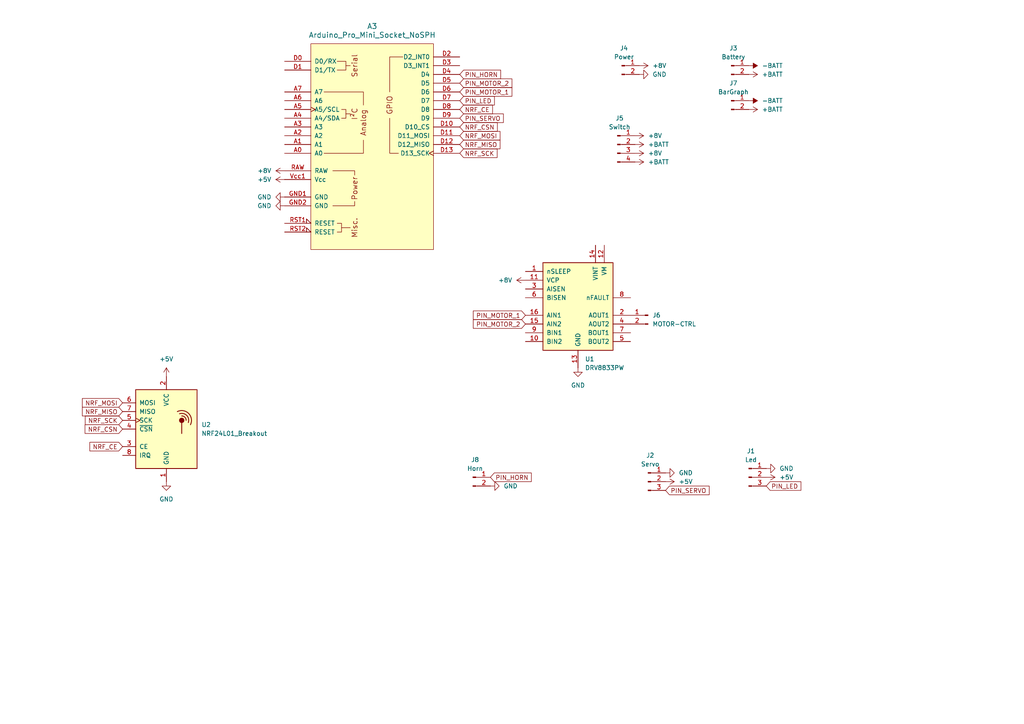
<source format=kicad_sch>
(kicad_sch (version 20230121) (generator eeschema)
  (paper "A4")
  (lib_symbols
    (symbol "Connector:Conn_01x02_Male" (pin_names (offset 1.016) hide)
      (property "Reference" "J" (at 0 2.54 0))
      (property "Value" "Conn_01x02_Male" (at 0 -5.08 0))
      (symbol "Conn_01x02_Male_1_1"
        (polyline (pts (xy 1.27 -2.54) (xy 0.8636 -2.54)) (stroke (width 0.1524)))
        (polyline (pts (xy 1.27 0) (xy 0.8636 0)) (stroke (width 0.1524)))
        (rectangle (start 0.8636 -2.413) (end 0 -2.667) (stroke (width 0.1524)) (fill (type outline)))
        (rectangle (start 0.8636 0.127) (end 0 -0.127) (stroke (width 0.1524)) (fill (type outline)))
        (pin passive line (at 5.08 0 180) (length 3.81) (name "Pin_1") (number "1"))
        (pin passive line (at 5.08 -2.54 180) (length 3.81) (name "Pin_2") (number "2"))
      )
    )
    (symbol "Connector:Conn_01x03_Male" (pin_names (offset 1.016) hide)
      (property "Reference" "J" (at 0 5.08 0))
      (property "Value" "Conn_01x03_Male" (at 0 -5.08 0))
      (symbol "Conn_01x03_Male_1_1"
        (polyline (pts (xy 1.27 -2.54) (xy 0.8636 -2.54)) (stroke (width 0.1524)))
        (polyline (pts (xy 1.27 0) (xy 0.8636 0)) (stroke (width 0.1524)))
        (polyline (pts (xy 1.27 2.54) (xy 0.8636 2.54)) (stroke (width 0.1524)))
        (rectangle (start 0.8636 -2.413) (end 0 -2.667) (stroke (width 0.1524)) (fill (type outline)))
        (rectangle (start 0.8636 0.127) (end 0 -0.127) (stroke (width 0.1524)) (fill (type outline)))
        (rectangle (start 0.8636 2.667) (end 0 2.413) (stroke (width 0.1524)) (fill (type outline)))
        (pin passive line (at 5.08 2.54 180) (length 3.81) (name "Pin_1") (number "1"))
        (pin passive line (at 5.08 0 180) (length 3.81) (name "Pin_2") (number "2"))
        (pin passive line (at 5.08 -2.54 180) (length 3.81) (name "Pin_3") (number "3"))
      )
    )
    (symbol "Connector:Conn_01x04_Male" (pin_names (offset 1.016) hide)
      (property "Reference" "J" (at 0 5.08 0))
      (property "Value" "Conn_01x04_Male" (at 0 -7.62 0))
      (symbol "Conn_01x04_Male_1_1"
        (polyline (pts (xy 1.27 -5.08) (xy 0.8636 -5.08)) (stroke (width 0.1524)))
        (polyline (pts (xy 1.27 -2.54) (xy 0.8636 -2.54)) (stroke (width 0.1524)))
        (polyline (pts (xy 1.27 0) (xy 0.8636 0)) (stroke (width 0.1524)))
        (polyline (pts (xy 1.27 2.54) (xy 0.8636 2.54)) (stroke (width 0.1524)))
        (rectangle (start 0.8636 -4.953) (end 0 -5.207) (stroke (width 0.1524)) (fill (type outline)))
        (rectangle (start 0.8636 -2.413) (end 0 -2.667) (stroke (width 0.1524)) (fill (type outline)))
        (rectangle (start 0.8636 0.127) (end 0 -0.127) (stroke (width 0.1524)) (fill (type outline)))
        (rectangle (start 0.8636 2.667) (end 0 2.413) (stroke (width 0.1524)) (fill (type outline)))
        (pin passive line (at 5.08 2.54 180) (length 3.81) (name "Pin_1") (number "1"))
        (pin passive line (at 5.08 0 180) (length 3.81) (name "Pin_2") (number "2"))
        (pin passive line (at 5.08 -2.54 180) (length 3.81) (name "Pin_3") (number "3"))
        (pin passive line (at 5.08 -5.08 180) (length 3.81) (name "Pin_4") (number "4"))
      )
    )
    (symbol "Driver_Motor:DRV8833PW" (pin_names (offset 1.016))
      (property "Reference" "U" (at -3.81 16.51 0))
      (property "Value" "DRV8833PW" (at -3.81 13.97 0))
      (symbol "DRV8833PW_0_1"
        (rectangle (start -10.16 12.7) (end 10.16 -12.7) (stroke (width 0.254)) (fill (type background)))
      )
      (symbol "DRV8833PW_1_1"
        (pin input line (at -15.24 10.16 0) (length 5.08) (name "nSLEEP") (number "1"))
        (pin input line (at -15.24 -10.16 0) (length 5.08) (name "BIN2") (number "10"))
        (pin bidirectional line (at -15.24 7.62 0) (length 5.08) (name "VCP") (number "11"))
        (pin power_in line (at 7.62 17.78 270) (length 5.08) (name "VM") (number "12"))
        (pin power_in line (at 0 -17.78 90) (length 5.08) (name "GND") (number "13"))
        (pin power_in line (at 5.08 17.78 270) (length 5.08) (name "VINT") (number "14"))
        (pin input line (at -15.24 -5.08 0) (length 5.08) (name "AIN2") (number "15"))
        (pin input line (at -15.24 -2.54 0) (length 5.08) (name "AIN1") (number "16"))
        (pin power_out line (at 15.24 -2.54 180) (length 5.08) (name "AOUT1") (number "2"))
        (pin bidirectional line (at -15.24 5.08 0) (length 5.08) (name "AISEN") (number "3"))
        (pin power_out line (at 15.24 -5.08 180) (length 5.08) (name "AOUT2") (number "4"))
        (pin power_out line (at 15.24 -10.16 180) (length 5.08) (name "BOUT2") (number "5"))
        (pin bidirectional line (at -15.24 2.54 0) (length 5.08) (name "BISEN") (number "6"))
        (pin power_out line (at 15.24 -7.62 180) (length 5.08) (name "BOUT1") (number "7"))
        (pin open_collector line (at 15.24 2.54 180) (length 5.08) (name "nFAULT") (number "8"))
        (pin input line (at -15.24 -7.62 0) (length 5.08) (name "BIN1") (number "9"))
      )
    )
    (symbol "PCM_arduino-library:Arduino_Pro_Mini_Socket_NoSPH" (pin_names (offset 1.016))
      (property "Reference" "A" (at 0 36.83 0))
      (property "Value" "Arduino_Pro_Mini_Socket_NoSPH" (at 0 33.02 0))
      (symbol "Arduino_Pro_Mini_Socket_NoSPH_0_0"
        (rectangle (start -17.78 30.48) (end 17.78 -29.21) (fill (type background)))
        (polyline (pts (xy -7.62 10.16) (xy -6.35 10.16)))
        (polyline (pts (xy -7.62 24.13) (xy -6.35 24.13)))
        (polyline (pts (xy -6.35 -22.86) (xy -8.89 -22.86)))
        (polyline (pts (xy -11.43 -16.51) (xy -5.08 -16.51) (xy -5.08 -15.24)))
        (polyline (pts (xy -5.08 -7.62) (xy -5.08 -6.35) (xy -11.43 -6.35)))
        (polyline (pts (xy -2.54 2.54) (xy -2.54 -1.27) (xy -13.97 -1.27)))
        (polyline (pts (xy -2.54 12.7) (xy -2.54 16.51) (xy -13.97 16.51)))
        (polyline (pts (xy -10.16 25.4) (xy -7.62 25.4) (xy -7.62 22.86) (xy -10.16 22.86)))
        (polyline (pts (xy -8.89 11.43) (xy -7.62 11.43) (xy -7.62 8.89) (xy -8.89 8.89)))
        (text "Analog" (at -2.54 7.62 900) (effects (font (size 1.524 1.524))))
        (text "I²C" (at -5.08 10.16 900) (effects (font (size 1.524 1.524))))
        (text "Misc." (at -5.08 -22.86 900) (effects (font (size 1.524 1.524))))
        (text "Power" (at -5.08 -11.43 900) (effects (font (size 1.524 1.524))))
        (text "Serial" (at -5.08 24.13 900) (effects (font (size 1.524 1.524))))
      )
      (symbol "Arduino_Pro_Mini_Socket_NoSPH_0_1"
        (polyline (pts (xy 7.62 -1.27) (xy 5.08 -1.27) (xy 5.08 8.89)))
        (polyline (pts (xy 8.89 26.67) (xy 5.08 26.67) (xy 5.08 16.51)))
        (polyline (pts (xy -10.16 -24.13) (xy -8.89 -24.13) (xy -8.89 -21.59) (xy -10.16 -21.59)))
      )
      (symbol "Arduino_Pro_Mini_Socket_NoSPH_1_0"
        (text "GPIO" (at 5.08 12.7 900) (effects (font (size 1.524 1.524))))
      )
      (symbol "Arduino_Pro_Mini_Socket_NoSPH_1_1"
        (pin bidirectional line (at -25.4 -1.27 0) (length 7.62) (name "A0") (number "A0"))
        (pin bidirectional line (at -25.4 1.27 0) (length 7.62) (name "A1") (number "A1"))
        (pin bidirectional line (at -25.4 3.81 0) (length 7.62) (name "A2") (number "A2"))
        (pin bidirectional line (at -25.4 6.35 0) (length 7.62) (name "A3") (number "A3"))
        (pin bidirectional line (at -25.4 8.89 0) (length 7.62) (name "A4/SDA") (number "A4"))
        (pin bidirectional clock (at -25.4 11.43 0) (length 7.62) (name "A5/SCL") (number "A5"))
        (pin input line (at -25.4 13.97 0) (length 7.62) (name "A6") (number "A6"))
        (pin input line (at -25.4 16.51 0) (length 7.62) (name "A7") (number "A7"))
        (pin bidirectional line (at -25.4 25.4 0) (length 7.62) (name "D0/RX") (number "D0"))
        (pin bidirectional line (at -25.4 22.86 0) (length 7.62) (name "D1/TX") (number "D1"))
        (pin bidirectional line (at 25.4 6.35 180) (length 7.62) (name "D10_CS") (number "D10"))
        (pin bidirectional line (at 25.4 3.81 180) (length 7.62) (name "D11_MOSI") (number "D11"))
        (pin bidirectional line (at 25.4 1.27 180) (length 7.62) (name "D12_MISO") (number "D12"))
        (pin bidirectional clock (at 25.4 -1.27 180) (length 7.62) (name "D13_SCK") (number "D13"))
        (pin bidirectional line (at 25.4 26.67 180) (length 7.62) (name "D2_INT0") (number "D2"))
        (pin bidirectional line (at 25.4 24.13 180) (length 7.62) (name "D3_INT1") (number "D3"))
        (pin bidirectional line (at 25.4 21.59 180) (length 7.62) (name "D4") (number "D4"))
        (pin bidirectional line (at 25.4 19.05 180) (length 7.62) (name "D5") (number "D5"))
        (pin bidirectional line (at 25.4 16.51 180) (length 7.62) (name "D6") (number "D6"))
        (pin bidirectional line (at 25.4 13.97 180) (length 7.62) (name "D7") (number "D7"))
        (pin bidirectional line (at 25.4 11.43 180) (length 7.62) (name "D8") (number "D8"))
        (pin bidirectional line (at 25.4 8.89 180) (length 7.62) (name "D9") (number "D9"))
        (pin power_in line (at -25.4 -13.97 0) (length 7.62) (name "GND") (number "GND1"))
        (pin power_in line (at -25.4 -16.51 0) (length 7.62) (name "GND") (number "GND2"))
        (pin power_in line (at -25.4 -6.35 0) (length 7.62) (name "RAW") (number "RAW"))
        (pin open_collector input_low (at -25.4 -21.59 0) (length 7.62) (name "RESET") (number "RST1"))
        (pin open_collector input_low (at -25.4 -24.13 0) (length 7.62) (name "RESET") (number "RST2"))
        (pin power_in line (at -25.4 -8.89 0) (length 7.62) (name "Vcc") (number "Vcc1"))
      )
    )
    (symbol "RF:NRF24L01_Breakout" (pin_names (offset 1.016))
      (property "Reference" "U" (at -8.89 12.7 0))
      (property "Value" "NRF24L01_Breakout" (at 3.81 12.7 0))
      (symbol "NRF24L01_Breakout_0_1"
        (rectangle (start -8.89 11.43) (end 8.89 -11.43) (stroke (width 0.254)) (fill (type background)))
        (polyline (pts (xy 4.445 1.905) (xy 4.445 -1.27)) (stroke (width 0.254)))
        (circle (center 4.445 2.54) (radius 0.635) (stroke (width 0.254)) (fill (type outline)))
        (arc (start 5.715 2.54) (mid 5.3559 3.4509) (end 4.445 3.81) (stroke (width 0.254)))
        (arc (start 6.35 1.905) (mid 5.8833 3.9783) (end 3.81 4.445) (stroke (width 0.254)))
        (arc (start 6.985 1.27) (mid 6.453 4.548) (end 3.175 5.08) (stroke (width 0.254)))
      )
      (symbol "NRF24L01_Breakout_1_1"
        (pin power_in line (at 0 -15.24 90) (length 3.81) (name "GND") (number "1"))
        (pin power_in line (at 0 15.24 270) (length 3.81) (name "VCC") (number "2"))
        (pin input line (at -12.7 -5.08 0) (length 3.81) (name "CE") (number "3"))
        (pin input line (at -12.7 0 0) (length 3.81) (name "~{CSN}") (number "4"))
        (pin input clock (at -12.7 2.54 0) (length 3.81) (name "SCK") (number "5"))
        (pin input line (at -12.7 7.62 0) (length 3.81) (name "MOSI") (number "6"))
        (pin output line (at -12.7 5.08 0) (length 3.81) (name "MISO") (number "7"))
        (pin output line (at -12.7 -7.62 0) (length 3.81) (name "IRQ") (number "8"))
      )
    )
    (symbol "power:+5V" (power) (pin_names (offset 0))
      (property "Value" "+5V" (at 0 3.556 0))
      (symbol "+5V_0_1"
        (polyline (pts (xy -0.762 1.27) (xy 0 2.54)))
        (polyline (pts (xy 0 0) (xy 0 2.54)))
        (polyline (pts (xy 0 2.54) (xy 0.762 1.27)))
      )
      (symbol "+5V_1_1"
        (pin power_in line (at 0 0 90) (length 0) hide (name "+5V") (number "1"))
      )
    )
    (symbol "power:+8V" (power) (pin_names (offset 0))
      (property "Value" "+8V" (at 0 3.556 0))
      (symbol "+8V_0_1"
        (polyline (pts (xy -0.762 1.27) (xy 0 2.54)))
        (polyline (pts (xy 0 0) (xy 0 2.54)))
        (polyline (pts (xy 0 2.54) (xy 0.762 1.27)))
      )
      (symbol "+8V_1_1"
        (pin power_in line (at 0 0 90) (length 0) hide (name "+8V") (number "1"))
      )
    )
    (symbol "power:+BATT" (power) (pin_names (offset 0))
      (property "Value" "+BATT" (at 0 3.556 0))
      (symbol "+BATT_0_1"
        (polyline (pts (xy -0.762 1.27) (xy 0 2.54)))
        (polyline (pts (xy 0 0) (xy 0 2.54)))
        (polyline (pts (xy 0 2.54) (xy 0.762 1.27)))
      )
      (symbol "+BATT_1_1"
        (pin power_in line (at 0 0 90) (length 0) hide (name "+BATT") (number "1"))
      )
    )
    (symbol "power:-BATT" (power) (pin_names (offset 0))
      (property "Value" "-BATT" (at 0 3.556 0))
      (symbol "-BATT_0_1"
        (polyline (pts (xy 0 0) (xy 0 2.54)))
        (polyline (pts (xy 0.762 1.27) (xy -0.762 1.27) (xy 0 2.54) (xy 0.762 1.27)) (fill (type outline)))
      )
      (symbol "-BATT_1_1"
        (pin power_in line (at 0 0 90) (length 0) hide (name "-BATT") (number "1"))
      )
    )
    (symbol "power:GND" (power) (pin_names (offset 0))
      (property "Value" "GND" (at 0 -3.81 0))
      (symbol "GND_0_1"
        (polyline (pts (xy 0 0) (xy 0 -1.27) (xy 1.27 -1.27) (xy 0 -2.54) (xy -1.27 -1.27) (xy 0 -1.27)))
      )
      (symbol "GND_1_1"
        (pin power_in line (at 0 0 270) (length 0) hide (name "GND") (number "1"))
      )
    )
  )
  (global_label "PIN_HORN" (shape input) (at 142.24 138.43 0) (property "Intersheetrefs" "${INTERSHEET_REFS}" (effects hide)))
  (global_label "PIN_SERVO" (shape input) (at 133.35 34.29 0) (property "Intersheetrefs" "${INTERSHEET_REFS}" (effects hide)))
  (global_label "NRF_MISO" (shape input) (at 35.56 119.38 180) (property "Intersheetrefs" "${INTERSHEET_REFS}" (effects hide)))
  (global_label "NRF_MISO" (shape input) (at 133.35 41.91 0) (property "Intersheetrefs" "${INTERSHEET_REFS}" (effects hide)))
  (global_label "NRF_MOSI" (shape input) (at 35.56 116.84 180) (property "Intersheetrefs" "${INTERSHEET_REFS}" (effects hide)))
  (global_label "PIN_HORN" (shape input) (at 133.35 21.59 0) (property "Intersheetrefs" "${INTERSHEET_REFS}" (effects hide)))
  (global_label "NRF_CSN" (shape input) (at 35.56 124.46 180) (property "Intersheetrefs" "${INTERSHEET_REFS}" (effects hide)))
  (global_label "PIN_MOTOR_1" (shape input) (at 152.4 91.44 180) (property "Intersheetrefs" "${INTERSHEET_REFS}" (effects hide)))
  (global_label "NRF_CE" (shape input) (at 133.35 31.75 0) (property "Intersheetrefs" "${INTERSHEET_REFS}" (effects hide)))
  (global_label "NRF_MOSI" (shape input) (at 133.35 39.37 0) (property "Intersheetrefs" "${INTERSHEET_REFS}" (effects hide)))
  (global_label "NRF_SCK" (shape input) (at 133.35 44.45 0) (property "Intersheetrefs" "${INTERSHEET_REFS}" (effects hide)))
  (global_label "NRF_SCK" (shape input) (at 35.56 121.92 180) (property "Intersheetrefs" "${INTERSHEET_REFS}" (effects hide)))
  (global_label "PIN_LED" (shape input) (at 222.25 140.97 0) (property "Intersheetrefs" "${INTERSHEET_REFS}" (effects hide)))
  (global_label "NRF_CE" (shape input) (at 35.56 129.54 180) (property "Intersheetrefs" "${INTERSHEET_REFS}" (effects hide)))
  (global_label "NRF_CSN" (shape input) (at 133.35 36.83 0) (property "Intersheetrefs" "${INTERSHEET_REFS}" (effects hide)))
  (global_label "PIN_SERVO" (shape input) (at 193.04 142.24 0) (property "Intersheetrefs" "${INTERSHEET_REFS}" (effects hide)))
  (global_label "PIN_MOTOR_2" (shape input) (at 152.4 93.98 180) (property "Intersheetrefs" "${INTERSHEET_REFS}" (effects hide)))
  (global_label "PIN_MOTOR_2" (shape input) (at 133.35 24.13 0) (property "Intersheetrefs" "${INTERSHEET_REFS}" (effects hide)))
  (global_label "PIN_LED" (shape input) (at 133.35 29.21 0) (property "Intersheetrefs" "${INTERSHEET_REFS}" (effects hide)))
  (global_label "PIN_MOTOR_1" (shape input) (at 133.35 26.67 0) (property "Intersheetrefs" "${INTERSHEET_REFS}" (effects hide)))
  (symbol (lib_id "power:+BATT") (at 217.17 21.59 270) (unit 1)
    (property "Reference" "#PWR018" (effects hide))
    (property "Value" "+BATT" (at 220.98 21.59 90) (effects (justify left)))
  )
  (symbol (lib_id "power:GND") (at 82.55 59.69 270) (unit 1)
    (property "Reference" "#PWR07" (effects hide))
    (property "Value" "GND" (at 78.74 59.69 90) (effects (justify right)))
  )
  (symbol (lib_id "power:+5V") (at 82.55 52.07 90) (unit 1)
    (property "Reference" "#PWR0105" (effects hide))
    (property "Value" "+5V" (at 78.74 52.0699 90) (effects (justify left)))
  )
  (symbol (lib_id "power:+8V") (at 185.42 19.05 270) (unit 1)
    (property "Reference" "#PWR01" (effects hide))
    (property "Value" "+8V" (at 189.23 19.05 90) (effects (justify left)))
  )
  (symbol (lib_id "power:+8V") (at 82.55 49.53 90) (unit 1)
    (property "Reference" "#PWR04" (effects hide))
    (property "Value" "+8V" (at 78.74 49.53 90) (effects (justify left)))
  )
  (symbol (lib_id "power:+5V") (at 48.26 109.22 0) (unit 1)
    (property "Reference" "#PWR0113" (effects hide))
    (property "Value" "+5V" (at 48.26 104.14 0))
  )
  (symbol (lib_id "PCM_arduino-library:Arduino_Pro_Mini_Socket_NoSPH") (at 107.95 43.18 0) (unit 1)
    (property "Reference" "A3" (at 107.95 7.62 0) (effects (font (size 1.524 1.524))))
    (property "Value" "Arduino_Pro_Mini_Socket_NoSPH" (at 107.95 10.16 0) (effects (font (size 1.524 1.524))))
    (property "Footprint" "PCM_arduino-library:Arduino_Pro_Mini_Socket_NoSPH" (effects hide))
    (property "Datasheet" "https://docs.arduino.cc/retired/boards/arduino-pro-mini" (effects hide))
  )
  (symbol (lib_id "power:GND") (at 222.25 135.89 90) (unit 1)
    (property "Reference" "#PWR011" (effects hide))
    (property "Value" "GND" (at 226.06 135.89 90) (effects (justify right)))
  )
  (symbol (lib_id "RF:NRF24L01_Breakout") (at 48.26 124.46 0) (unit 1)
    (property "Reference" "U2" (at 58.42 123.1899 0) (effects (justify left)))
    (property "Value" "NRF24L01_Breakout" (at 58.42 125.7299 0) (effects (justify left)))
    (property "Footprint" "Arduino pro mini:NRF24L01" (effects hide))
    (property "Datasheet" "http://www.nordicsemi.com/eng/content/download/2730/34105/file/nRF24L01_Product_Specification_v2_0.pdf" (effects hide))
  )
  (symbol (lib_id "Connector:Conn_01x02_Male") (at 187.96 91.44 0) (mirror y) (unit 1)
    (property "Reference" "J6" (at 189.23 91.4399 0) (effects (justify right)))
    (property "Value" "MOTOR-CTRL" (at 189.23 93.9799 0) (effects (justify right)))
    (property "Footprint" "Connector_PinHeader_2.54mm:PinHeader_1x02_P2.54mm_Vertical" (effects hide))
  )
  (symbol (lib_id "Driver_Motor:DRV8833PW") (at 167.64 88.9 0) (unit 1)
    (property "Reference" "U1" (at 169.6594 104.14 0) (effects (justify left)))
    (property "Value" "DRV8833PW" (at 169.6594 106.68 0) (effects (justify left)))
    (property "Footprint" "Package_SO:TSSOP-16_4.4x5mm_P0.65mm" (effects hide))
    (property "Datasheet" "http://www.ti.com/lit/ds/symlink/drv8833.pdf" (effects hide))
  )
  (symbol (lib_id "power:+BATT") (at 184.15 41.91 270) (unit 1)
    (property "Reference" "#PWR05" (effects hide))
    (property "Value" "+BATT" (at 187.96 41.91 90) (effects (justify left)))
  )
  (symbol (lib_id "Connector:Conn_01x03_Male") (at 187.96 139.7 0) (unit 1)
    (property "Reference" "J2" (at 188.595 132.08 0))
    (property "Value" "Servo" (at 188.595 134.62 0))
    (property "Footprint" "Connector_PinHeader_2.54mm:PinHeader_1x03_P2.54mm_Vertical" (effects hide))
  )
  (symbol (lib_id "power:GND") (at 82.55 57.15 270) (unit 1)
    (property "Reference" "#PWR06" (effects hide))
    (property "Value" "GND" (at 78.74 57.15 90) (effects (justify right)))
  )
  (symbol (lib_id "power:+5V") (at 222.25 138.43 270) (unit 1)
    (property "Reference" "#PWR0112" (effects hide))
    (property "Value" "+5V" (at 226.06 138.4299 90) (effects (justify left)))
  )
  (symbol (lib_id "power:+BATT") (at 184.15 46.99 270) (unit 1)
    (property "Reference" "#PWR020" (effects hide))
    (property "Value" "+BATT" (at 187.96 46.99 90) (effects (justify left)))
  )
  (symbol (lib_id "power:-BATT") (at 217.17 29.21 270) (unit 1)
    (property "Reference" "#PWR015" (effects hide))
    (property "Value" "-BATT" (at 220.98 29.21 90) (effects (justify left)))
  )
  (symbol (lib_id "power:GND") (at 167.64 106.68 0) (unit 1)
    (property "Reference" "#PWR012" (effects hide))
    (property "Value" "GND" (at 167.64 111.76 0))
  )
  (symbol (lib_id "Connector:Conn_01x03_Male") (at 217.17 138.43 0) (unit 1)
    (property "Reference" "J1" (at 217.805 130.81 0))
    (property "Value" "Led" (at 217.805 133.35 0))
    (property "Footprint" "Connector_PinHeader_2.54mm:PinHeader_1x03_P2.54mm_Vertical" (effects hide))
  )
  (symbol (lib_id "power:GND") (at 185.42 21.59 90) (unit 1)
    (property "Reference" "#PWR02" (effects hide))
    (property "Value" "GND" (at 189.23 21.59 90) (effects (justify right)))
  )
  (symbol (lib_id "Connector:Conn_01x02_Male") (at 180.34 19.05 0) (unit 1)
    (property "Reference" "J4" (at 180.975 13.97 0))
    (property "Value" "Power" (at 180.975 16.51 0))
    (property "Footprint" "Connector_PinHeader_2.54mm:PinHeader_1x02_P2.54mm_Vertical" (effects hide))
  )
  (symbol (lib_id "Connector:Conn_01x02_Male") (at 137.16 138.43 0) (unit 1)
    (property "Reference" "J8" (at 137.795 133.35 0))
    (property "Value" "Horn" (at 137.795 135.89 0))
    (property "Footprint" "Connector_PinHeader_2.54mm:PinHeader_1x02_P2.54mm_Vertical" (effects hide))
  )
  (symbol (lib_id "power:+BATT") (at 217.17 31.75 270) (unit 1)
    (property "Reference" "#PWR016" (effects hide))
    (property "Value" "+BATT" (at 220.98 31.75 90) (effects (justify left)))
  )
  (symbol (lib_id "Connector:Conn_01x02_Male") (at 212.09 19.05 0) (unit 1)
    (property "Reference" "J3" (at 212.725 13.97 0))
    (property "Value" "Battery" (at 212.725 16.51 0))
    (property "Footprint" "Connector_PinHeader_2.54mm:PinHeader_1x02_P2.54mm_Vertical" (effects hide))
  )
  (symbol (lib_id "power:+8V") (at 184.15 39.37 270) (unit 1)
    (property "Reference" "#PWR013" (effects hide))
    (property "Value" "+8V" (at 187.96 39.37 90) (effects (justify left)))
  )
  (symbol (lib_id "Connector:Conn_01x02_Male") (at 212.09 29.21 0) (unit 1)
    (property "Reference" "J7" (at 212.725 24.13 0))
    (property "Value" "BarGraph" (at 212.725 26.67 0))
    (property "Footprint" "Connector_PinHeader_2.54mm:PinHeader_1x02_P2.54mm_Vertical" (effects hide))
  )
  (symbol (lib_id "power:GND") (at 142.24 140.97 90) (unit 1)
    (property "Reference" "#PWR09" (effects hide))
    (property "Value" "GND" (at 146.05 140.97 90) (effects (justify right)))
  )
  (symbol (lib_id "power:+8V") (at 152.4 81.28 90) (unit 1)
    (property "Reference" "#PWR03" (effects hide))
    (property "Value" "+8V" (at 148.59 81.28 90) (effects (justify left)))
  )
  (symbol (lib_id "power:GND") (at 48.26 139.7 0) (unit 1)
    (property "Reference" "#PWR08" (effects hide))
    (property "Value" "GND" (at 48.26 144.78 0))
  )
  (symbol (lib_id "power:+8V") (at 184.15 44.45 270) (unit 1)
    (property "Reference" "#PWR014" (effects hide))
    (property "Value" "+8V" (at 187.96 44.45 90) (effects (justify left)))
  )
  (symbol (lib_id "power:-BATT") (at 217.17 19.05 270) (unit 1)
    (property "Reference" "#PWR017" (effects hide))
    (property "Value" "-BATT" (at 220.98 19.05 90) (effects (justify left)))
  )
  (symbol (lib_id "power:+5V") (at 193.04 139.7 270) (unit 1)
    (property "Reference" "#PWR0103" (effects hide))
    (property "Value" "+5V" (at 196.85 139.6999 90) (effects (justify left)))
  )
  (symbol (lib_id "Connector:Conn_01x04_Male") (at 179.07 41.91 0) (unit 1)
    (property "Reference" "J5" (at 179.705 34.29 0))
    (property "Value" "Switch" (at 179.705 36.83 0))
    (property "Footprint" "Connector_PinHeader_2.54mm:PinHeader_2x02_P2.54mm_Vertical" (effects hide))
  )
  (symbol (lib_id "power:GND") (at 193.04 137.16 90) (unit 1)
    (property "Reference" "#PWR010" (effects hide))
    (property "Value" "GND" (at 196.85 137.16 90) (effects (justify right)))
  )
)
</source>
